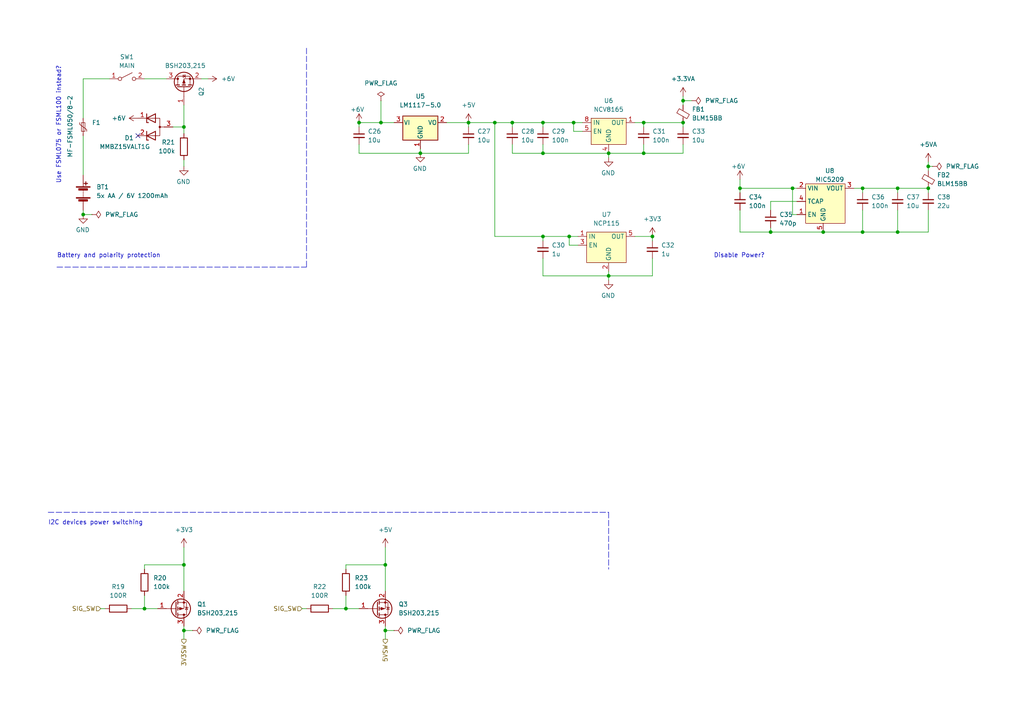
<source format=kicad_sch>
(kicad_sch (version 20211123) (generator eeschema)
  (paper "A4")
  (lib_symbols
    (symbol "Device:Battery" (pin_numbers hide) (pin_names (offset 0) hide)
      (property "Reference" "BT" (at 2.54 2.54 0))
      (property "Value" "Battery" (at 2.54 0 0))
      (symbol "Battery_0_1"
        (rectangle (start -2.032 -1.397) (end 2.032 -1.651) (fill (type outline)))
        (rectangle (start -2.032 1.778) (end 2.032 1.524) (fill (type outline)))
        (rectangle (start -1.3208 -1.9812) (end 1.27 -2.4892) (fill (type outline)))
        (rectangle (start -1.3208 1.1938) (end 1.27 0.6858) (fill (type outline)))
        (polyline (pts (xy 0 -1.524) (xy 0 -1.27)))
        (polyline (pts (xy 0 -1.016) (xy 0 -0.762)))
        (polyline (pts (xy 0 -0.508) (xy 0 -0.254)))
        (polyline (pts (xy 0 0) (xy 0 0.254)))
        (polyline (pts (xy 0 0.508) (xy 0 0.762)))
        (polyline (pts (xy 0 1.778) (xy 0 2.54)))
        (polyline (pts (xy 0.254 2.667) (xy 1.27 2.667)) (stroke (width 0.254)))
        (polyline (pts (xy 0.762 3.175) (xy 0.762 2.159)) (stroke (width 0.254)))
      )
      (symbol "Battery_1_1"
        (pin passive line (at 0 5.08 270) (length 2.54) (name "+") (number "1"))
        (pin passive line (at 0 -5.08 90) (length 2.54) (name "-") (number "2"))
      )
    )
    (symbol "Device:C_Small" (pin_numbers hide) (pin_names (offset 0.254) hide)
      (property "Reference" "C" (at 0.254 1.778 0))
      (property "Value" "C_Small" (at 0.254 -2.032 0))
      (symbol "C_Small_0_1"
        (polyline (pts (xy -1.524 -0.508) (xy 1.524 -0.508)) (stroke (width 0.3302)))
        (polyline (pts (xy -1.524 0.508) (xy 1.524 0.508)) (stroke (width 0.3048)))
      )
      (symbol "C_Small_1_1"
        (pin passive line (at 0 2.54 270) (length 2.032) (name "~") (number "1"))
        (pin passive line (at 0 -2.54 90) (length 2.032) (name "~") (number "2"))
      )
    )
    (symbol "Device:D_Zener_Dual_CommonAnode_KKA_Parallel" (pin_names (offset 0.762) hide)
      (property "Reference" "D" (at 0 5.08 0))
      (property "Value" "D_Zener_Dual_CommonAnode_KKA_Parallel" (at 0 -5.08 0))
      (symbol "D_Zener_Dual_CommonAnode_KKA_Parallel_0_0"
        (polyline (pts (xy 2.032 1.27) (xy 2.54 1.27) (xy 2.54 3.81)) (stroke (width 0.254)))
        (polyline (pts (xy 2.54 -1.27) (xy 2.54 -3.81) (xy 2.032 -3.81)) (stroke (width 0.254)))
      )
      (symbol "D_Zener_Dual_CommonAnode_KKA_Parallel_0_1"
        (circle (center -1.27 0) (radius 0.254) (fill (type outline)))
        (polyline (pts (xy -1.27 0) (xy -2.54 0)))
        (polyline (pts (xy 2.54 2.54) (xy -1.27 2.54) (xy -1.27 -2.54) (xy 2.54 -2.54)))
        (polyline (pts (xy 0 -1.27) (xy 2.54 -2.54) (xy 0 -3.81) (xy 0 -1.27) (xy 0 -1.27) (xy 0 -1.27)) (stroke (width 0.254)))
        (polyline (pts (xy 0 3.81) (xy 2.54 2.54) (xy 0 1.27) (xy 0 3.81) (xy 0 3.81) (xy 0 3.81)) (stroke (width 0.254)))
        (pin passive line (at 5.08 2.54 180) (length 2.54) (name "K") (number "1"))
        (pin passive line (at 5.08 -2.54 180) (length 2.54) (name "K") (number "2"))
        (pin passive line (at -5.08 0 0) (length 2.54) (name "A") (number "3"))
      )
    )
    (symbol "Device:FerriteBead_Small" (pin_numbers hide) (pin_names (offset 0))
      (property "Reference" "FB" (at 1.905 1.27 0))
      (property "Value" "FerriteBead_Small" (at 1.905 -1.27 0))
      (symbol "FerriteBead_Small_0_1"
        (polyline (pts (xy 0 -1.27) (xy 0 -0.7874)))
        (polyline (pts (xy 0 0.889) (xy 0 1.2954)))
        (polyline (pts (xy -1.8288 0.2794) (xy -1.1176 1.4986) (xy 1.8288 -0.2032) (xy 1.1176 -1.4224) (xy -1.8288 0.2794)))
      )
      (symbol "FerriteBead_Small_1_1"
        (pin passive line (at 0 2.54 270) (length 1.27) (name "~") (number "1"))
        (pin passive line (at 0 -2.54 90) (length 1.27) (name "~") (number "2"))
      )
    )
    (symbol "Device:Polyfuse_Small" (pin_numbers hide) (pin_names (offset 0))
      (property "Reference" "F" (at -1.905 0 90))
      (property "Value" "Polyfuse_Small" (at 1.905 0 90))
      (symbol "Polyfuse_Small_0_1"
        (rectangle (start -0.508 1.27) (end 0.508 -1.27))
        (polyline (pts (xy 0 2.54) (xy 0 -2.54)))
        (polyline (pts (xy -1.016 1.27) (xy -1.016 0.762) (xy 1.016 -0.762) (xy 1.016 -1.27)))
      )
      (symbol "Polyfuse_Small_1_1"
        (pin passive line (at 0 2.54 270) (length 0.635) (name "~") (number "1"))
        (pin passive line (at 0 -2.54 90) (length 0.635) (name "~") (number "2"))
      )
    )
    (symbol "Device:Q_PMOS_GSD" (pin_names (offset 0) hide)
      (property "Reference" "Q" (at 5.08 1.27 0))
      (property "Value" "Q_PMOS_GSD" (at 5.08 -1.27 0))
      (symbol "Q_PMOS_GSD_0_1"
        (polyline (pts (xy 0.254 0) (xy -2.54 0)))
        (polyline (pts (xy 0.254 1.905) (xy 0.254 -1.905)) (stroke (width 0.254)))
        (polyline (pts (xy 0.762 -1.27) (xy 0.762 -2.286)) (stroke (width 0.254)))
        (polyline (pts (xy 0.762 0.508) (xy 0.762 -0.508)) (stroke (width 0.254)))
        (polyline (pts (xy 0.762 2.286) (xy 0.762 1.27)) (stroke (width 0.254)))
        (polyline (pts (xy 2.54 2.54) (xy 2.54 1.778)))
        (polyline (pts (xy 2.54 -2.54) (xy 2.54 0) (xy 0.762 0)))
        (polyline (pts (xy 0.762 1.778) (xy 3.302 1.778) (xy 3.302 -1.778) (xy 0.762 -1.778)))
        (polyline (pts (xy 2.286 0) (xy 1.27 0.381) (xy 1.27 -0.381) (xy 2.286 0)) (fill (type outline)))
        (polyline (pts (xy 2.794 -0.508) (xy 2.921 -0.381) (xy 3.683 -0.381) (xy 3.81 -0.254)))
        (polyline (pts (xy 3.302 -0.381) (xy 2.921 0.254) (xy 3.683 0.254) (xy 3.302 -0.381)))
        (circle (center 1.651 0) (radius 2.794) (stroke (width 0.254)))
        (circle (center 2.54 -1.778) (radius 0.254) (fill (type outline)))
        (circle (center 2.54 1.778) (radius 0.254) (fill (type outline)))
      )
      (symbol "Q_PMOS_GSD_1_1"
        (pin input line (at -5.08 0 0) (length 2.54) (name "G") (number "1"))
        (pin passive line (at 2.54 -5.08 90) (length 2.54) (name "S") (number "2"))
        (pin passive line (at 2.54 5.08 270) (length 2.54) (name "D") (number "3"))
      )
    )
    (symbol "Device:R" (pin_numbers hide) (pin_names (offset 0))
      (property "Reference" "R" (at 2.032 0 90))
      (property "Value" "R" (at 0 0 90))
      (symbol "R_0_1"
        (rectangle (start -1.016 -2.54) (end 1.016 2.54) (stroke (width 0.254)))
      )
      (symbol "R_1_1"
        (pin passive line (at 0 3.81 270) (length 1.27) (name "~") (number "1"))
        (pin passive line (at 0 -3.81 90) (length 1.27) (name "~") (number "2"))
      )
    )
    (symbol "Regulator_Linear:LM1117-5.0" (pin_names (offset 0.254))
      (property "Reference" "U5" (at 0 7.62 0))
      (property "Value" "LM1117-5.0" (at 0 5.08 0))
      (symbol "LM1117-5.0_0_0"
        (pin power_out line (at 7.62 0 180) (length 2.54) hide (name "VO") (number "4"))
      )
      (symbol "LM1117-5.0_0_1"
        (rectangle (start -5.08 -5.08) (end 5.08 1.905) (stroke (width 0.254)) (fill (type background)))
      )
      (symbol "LM1117-5.0_1_1"
        (pin power_in line (at 0 -7.62 90) (length 2.54) (name "GND") (number "1"))
        (pin power_out line (at 7.62 0 180) (length 2.54) (name "VO") (number "2"))
        (pin power_in line (at -7.62 0 0) (length 2.54) (name "VI") (number "3"))
      )
    )
    (symbol "Switch:SW_SPST" (pin_names (offset 0) hide)
      (property "Reference" "SW" (at 0 3.175 0))
      (property "Value" "SW_SPST" (at 0 -2.54 0))
      (symbol "SW_SPST_0_0"
        (circle (center -2.032 0) (radius 0.508))
        (polyline (pts (xy -1.524 0.254) (xy 1.524 1.778)))
        (circle (center 2.032 0) (radius 0.508))
      )
      (symbol "SW_SPST_1_1"
        (pin passive line (at -5.08 0 0) (length 2.54) (name "A") (number "1"))
        (pin passive line (at 5.08 0 180) (length 2.54) (name "B") (number "2"))
      )
    )
    (symbol "ownLib:MIC5209{slash}YM"
      (property "Reference" "U" (at 0 6.35 0))
      (property "Value" "MIC5209{slash}YM" (at 0 6.35 0))
      (symbol "MIC5209{slash}YM_0_0"
        (pin input line (at -8.89 -5.08 0) (length 2.54) (name "EN") (number "1"))
        (pin power_in line (at -8.89 2.54 0) (length 2.54) (name "VIN") (number "2"))
        (pin power_out line (at 7.62 2.54 180) (length 2.54) (name "VOUT") (number "3"))
        (pin passive line (at -8.89 -1.27 0) (length 2.54) (name "TCAP") (number "4"))
        (pin power_in line (at -1.27 -10.16 90) (length 2.54) (name "GND") (number "5"))
        (pin power_in line (at -1.27 -10.16 90) (length 2.54) hide (name "GND") (number "6"))
        (pin power_in line (at -1.27 -10.16 90) (length 2.54) hide (name "GND") (number "7"))
        (pin power_in line (at -1.27 -10.16 90) (length 2.54) hide (name "GND") (number "8"))
      )
      (symbol "MIC5209{slash}YM_0_1"
        (rectangle (start -6.35 3.81) (end 5.08 -7.62) (fill (type background)))
      )
    )
    (symbol "ownLib:NCP115"
      (property "Reference" "U" (at 0 3.81 0))
      (property "Value" "NCP115" (at 0 3.81 0))
      (symbol "NCP115_0_0"
        (pin power_in line (at -8.89 2.54 0) (length 2.54) (name "IN") (number "1"))
        (pin power_in line (at 0 -7.62 90) (length 2.54) (name "GND") (number "2"))
        (pin input line (at -8.89 0 0) (length 2.54) (name "EN") (number "3"))
        (pin no_connect line (at -5.08 1.27 0) (length 2.54) hide (name "NC") (number "4"))
        (pin power_out line (at 7.62 2.54 180) (length 2.54) (name "OUT") (number "5"))
      )
      (symbol "NCP115_0_1"
        (rectangle (start -6.35 3.81) (end 5.08 -5.08) (fill (type background)))
      )
    )
    (symbol "ownLib:NCV8165"
      (property "Reference" "U" (at 0 7.62 0))
      (property "Value" "NCV8165" (at 0 5.08 0))
      (symbol "NCV8165_0_0"
        (pin power_out line (at 7.62 2.54 180) (length 2.54) (name "OUT") (number "1"))
        (pin no_connect line (at -1.27 1.27 0) (length 2.54) hide (name "NC") (number "2"))
        (pin no_connect line (at -1.27 0 0) (length 2.54) hide (name "NC") (number "3"))
        (pin power_in line (at 0 -6.35 90) (length 2.54) (name "GND") (number "4"))
        (pin input line (at -7.62 0 0) (length 2.54) (name "EN") (number "5"))
        (pin no_connect line (at -1.27 -1.27 0) (length 2.54) hide (name "NC") (number "6"))
        (pin no_connect line (at -1.27 -2.54 0) (length 2.54) hide (name "NC") (number "7"))
        (pin power_in line (at -7.62 2.54 0) (length 2.54) (name "IN") (number "8"))
        (pin power_in line (at 0 -6.35 90) (length 2.54) hide (name "GND") (number "9"))
      )
      (symbol "NCV8165_0_1"
        (rectangle (start -5.08 3.81) (end 5.08 -3.81) (fill (type background)))
      )
    )
    (symbol "power:+3.3VA" (power) (pin_names (offset 0))
      (property "Value" "+3.3VA" (at 0 3.556 0))
      (symbol "+3.3VA_0_1"
        (polyline (pts (xy -0.762 1.27) (xy 0 2.54)))
        (polyline (pts (xy 0 0) (xy 0 2.54)))
        (polyline (pts (xy 0 2.54) (xy 0.762 1.27)))
      )
      (symbol "+3.3VA_1_1"
        (pin power_in line (at 0 0 90) (length 0) hide (name "+3.3VA") (number "1"))
      )
    )
    (symbol "power:+3V3" (power) (pin_names (offset 0))
      (property "Value" "+3V3" (at 0 3.556 0))
      (symbol "+3V3_0_1"
        (polyline (pts (xy -0.762 1.27) (xy 0 2.54)))
        (polyline (pts (xy 0 0) (xy 0 2.54)))
        (polyline (pts (xy 0 2.54) (xy 0.762 1.27)))
      )
      (symbol "+3V3_1_1"
        (pin power_in line (at 0 0 90) (length 0) hide (name "+3V3") (number "1"))
      )
    )
    (symbol "power:+5V" (power) (pin_names (offset 0))
      (property "Value" "+5V" (at 0 3.556 0))
      (symbol "+5V_0_1"
        (polyline (pts (xy -0.762 1.27) (xy 0 2.54)))
        (polyline (pts (xy 0 0) (xy 0 2.54)))
        (polyline (pts (xy 0 2.54) (xy 0.762 1.27)))
      )
      (symbol "+5V_1_1"
        (pin power_in line (at 0 0 90) (length 0) hide (name "+5V") (number "1"))
      )
    )
    (symbol "power:+5VA" (power) (pin_names (offset 0))
      (property "Value" "+5VA" (at 0 3.556 0))
      (symbol "+5VA_0_1"
        (polyline (pts (xy -0.762 1.27) (xy 0 2.54)))
        (polyline (pts (xy 0 0) (xy 0 2.54)))
        (polyline (pts (xy 0 2.54) (xy 0.762 1.27)))
      )
      (symbol "+5VA_1_1"
        (pin power_in line (at 0 0 90) (length 0) hide (name "+5VA") (number "1"))
      )
    )
    (symbol "power:+6V" (power) (pin_names (offset 0))
      (property "Value" "+6V" (at 0 3.556 0))
      (symbol "+6V_0_1"
        (polyline (pts (xy -0.762 1.27) (xy 0 2.54)))
        (polyline (pts (xy 0 0) (xy 0 2.54)))
        (polyline (pts (xy 0 2.54) (xy 0.762 1.27)))
      )
      (symbol "+6V_1_1"
        (pin power_in line (at 0 0 90) (length 0) hide (name "+6V") (number "1"))
      )
    )
    (symbol "power:GND" (power) (pin_names (offset 0))
      (property "Value" "GND" (at 0 -3.81 0))
      (symbol "GND_0_1"
        (polyline (pts (xy 0 0) (xy 0 -1.27) (xy 1.27 -1.27) (xy 0 -2.54) (xy -1.27 -1.27) (xy 0 -1.27)))
      )
      (symbol "GND_1_1"
        (pin power_in line (at 0 0 270) (length 0) hide (name "GND") (number "1"))
      )
    )
    (symbol "power:PWR_FLAG" (power) (pin_numbers hide) (pin_names (offset 0) hide)
      (property "Value" "PWR_FLAG" (at 0 3.81 0))
      (symbol "PWR_FLAG_0_0"
        (pin power_out line (at 0 0 90) (length 0) (name "pwr") (number "1"))
      )
      (symbol "PWR_FLAG_0_1"
        (polyline (pts (xy 0 0) (xy 0 1.27) (xy -1.016 1.905) (xy 0 2.54) (xy 1.016 1.905) (xy 0 1.27)))
      )
    )
  )
  (junction (at 53.34 163.83))
  (junction (at 104.14 35.56))
  (junction (at 250.19 54.61))
  (junction (at 269.24 48.26))
  (junction (at 214.63 54.61))
  (junction (at 100.33 176.53))
  (junction (at 121.92 44.45))
  (junction (at 223.52 67.31))
  (junction (at 148.59 35.56))
  (junction (at 176.53 80.01))
  (junction (at 260.35 54.61))
  (junction (at 165.1 68.58))
  (junction (at 53.34 36.83))
  (junction (at 157.48 68.58))
  (junction (at 53.34 182.88))
  (junction (at 41.91 176.53))
  (junction (at 186.69 35.56))
  (junction (at 260.35 67.31))
  (junction (at 176.53 44.45))
  (junction (at 166.37 35.56))
  (junction (at 110.49 35.56))
  (junction (at 24.13 62.23))
  (junction (at 250.19 67.31))
  (junction (at 198.12 35.56))
  (junction (at 111.76 182.88))
  (junction (at 186.69 44.45))
  (junction (at 157.48 35.56))
  (junction (at 189.23 68.58))
  (junction (at 135.89 35.56))
  (junction (at 238.76 67.31))
  (junction (at 143.51 35.56))
  (junction (at 157.48 44.45))
  (junction (at 269.24 54.61))
  (junction (at 198.12 29.21))
  (junction (at 229.87 54.61))
  (junction (at 111.76 163.83))
  (no_connect (at 40.005 39.37))
  (wire (pts (xy 148.59 44.45) (xy 157.48 44.45)))
  (wire (pts (xy 214.63 54.61) (xy 214.63 55.88)))
  (wire (pts (xy 157.48 80.01) (xy 176.53 80.01)))
  (wire (pts (xy 198.12 44.45) (xy 186.69 44.45)))
  (wire (pts (xy 157.48 74.93) (xy 157.48 80.01)))
  (wire (pts (xy 223.52 66.04) (xy 223.52 67.31)))
  (wire (pts (xy 104.14 41.91) (xy 104.14 44.45)))
  (wire (pts (xy 238.76 67.31) (xy 250.19 67.31)))
  (wire (pts (xy 53.34 163.83) (xy 53.34 171.45)))
  (wire (pts (xy 24.13 22.86) (xy 31.75 22.86)))
  (wire (pts (xy 53.34 181.61) (xy 53.34 182.88)))
  (wire (pts (xy 260.35 54.61) (xy 260.35 55.88)))
  (wire (pts (xy 260.35 60.96) (xy 260.35 67.31)))
  (wire (pts (xy 269.24 46.99) (xy 269.24 48.26)))
  (wire (pts (xy 223.52 60.96) (xy 223.52 58.42)))
  (wire (pts (xy 184.15 35.56) (xy 186.69 35.56)))
  (wire (pts (xy 168.91 38.1) (xy 166.37 38.1)))
  (wire (pts (xy 111.76 163.83) (xy 111.76 158.75)))
  (polyline (pts (xy 13.97 148.59) (xy 176.53 148.59)))
  (polyline (pts (xy 88.9 13.97) (xy 88.9 77.47)))
  (polyline (pts (xy 176.53 148.59) (xy 176.53 165.1)))
  (wire (pts (xy 29.21 176.53) (xy 30.48 176.53)))
  (wire (pts (xy 135.89 35.56) (xy 143.51 35.56)))
  (wire (pts (xy 229.87 54.61) (xy 229.87 62.23)))
  (wire (pts (xy 260.35 54.61) (xy 269.24 54.61)))
  (wire (pts (xy 186.69 35.56) (xy 186.69 36.83)))
  (wire (pts (xy 176.53 44.45) (xy 176.53 45.72)))
  (wire (pts (xy 250.19 54.61) (xy 260.35 54.61)))
  (wire (pts (xy 104.14 35.56) (xy 104.14 36.83)))
  (wire (pts (xy 223.52 67.31) (xy 238.76 67.31)))
  (wire (pts (xy 189.23 80.01) (xy 176.53 80.01)))
  (wire (pts (xy 186.69 35.56) (xy 198.12 35.56)))
  (wire (pts (xy 41.91 163.83) (xy 53.34 163.83)))
  (wire (pts (xy 198.12 29.21) (xy 198.12 30.48)))
  (wire (pts (xy 110.49 29.21) (xy 110.49 35.56)))
  (wire (pts (xy 231.14 62.23) (xy 229.87 62.23)))
  (wire (pts (xy 53.34 36.83) (xy 50.165 36.83)))
  (wire (pts (xy 157.48 35.56) (xy 166.37 35.56)))
  (wire (pts (xy 121.92 44.45) (xy 121.92 43.18)))
  (wire (pts (xy 148.59 41.91) (xy 148.59 44.45)))
  (wire (pts (xy 143.51 35.56) (xy 148.59 35.56)))
  (wire (pts (xy 96.52 176.53) (xy 100.33 176.53)))
  (wire (pts (xy 53.34 38.735) (xy 53.34 36.83)))
  (wire (pts (xy 189.23 74.93) (xy 189.23 80.01)))
  (wire (pts (xy 198.12 29.21) (xy 200.66 29.21)))
  (wire (pts (xy 269.24 48.26) (xy 269.24 49.53)))
  (wire (pts (xy 111.76 181.61) (xy 111.76 182.88)))
  (wire (pts (xy 41.91 165.1) (xy 41.91 163.83)))
  (wire (pts (xy 24.13 60.96) (xy 24.13 62.23)))
  (wire (pts (xy 157.48 36.83) (xy 157.48 35.56)))
  (wire (pts (xy 53.34 163.83) (xy 53.34 158.75)))
  (wire (pts (xy 250.19 60.96) (xy 250.19 67.31)))
  (wire (pts (xy 214.63 54.61) (xy 229.87 54.61)))
  (wire (pts (xy 41.91 176.53) (xy 45.72 176.53)))
  (wire (pts (xy 143.51 68.58) (xy 143.51 35.56)))
  (wire (pts (xy 41.91 172.72) (xy 41.91 176.53)))
  (wire (pts (xy 53.34 46.355) (xy 53.34 48.26)))
  (wire (pts (xy 110.49 35.56) (xy 114.3 35.56)))
  (wire (pts (xy 165.1 68.58) (xy 157.48 68.58)))
  (wire (pts (xy 269.24 48.26) (xy 270.51 48.26)))
  (wire (pts (xy 24.13 22.86) (xy 24.13 34.29)))
  (wire (pts (xy 111.76 182.88) (xy 114.3 182.88)))
  (wire (pts (xy 24.13 39.37) (xy 24.13 50.8)))
  (wire (pts (xy 250.19 54.61) (xy 250.19 55.88)))
  (wire (pts (xy 104.14 44.45) (xy 121.92 44.45)))
  (wire (pts (xy 198.12 27.94) (xy 198.12 29.21)))
  (wire (pts (xy 198.12 35.56) (xy 198.12 36.83)))
  (wire (pts (xy 247.65 54.61) (xy 250.19 54.61)))
  (wire (pts (xy 176.53 80.01) (xy 176.53 81.28)))
  (wire (pts (xy 176.53 44.45) (xy 157.48 44.45)))
  (wire (pts (xy 184.15 68.58) (xy 189.23 68.58)))
  (wire (pts (xy 100.33 176.53) (xy 104.14 176.53)))
  (wire (pts (xy 166.37 38.1) (xy 166.37 35.56)))
  (wire (pts (xy 157.48 68.58) (xy 143.51 68.58)))
  (wire (pts (xy 269.24 60.96) (xy 269.24 67.31)))
  (wire (pts (xy 135.89 44.45) (xy 121.92 44.45)))
  (wire (pts (xy 129.54 35.56) (xy 135.89 35.56)))
  (wire (pts (xy 111.76 182.88) (xy 111.76 185.42)))
  (wire (pts (xy 53.34 182.88) (xy 55.88 182.88)))
  (wire (pts (xy 87.63 176.53) (xy 88.9 176.53)))
  (wire (pts (xy 157.48 68.58) (xy 157.48 69.85)))
  (wire (pts (xy 229.87 54.61) (xy 231.14 54.61)))
  (wire (pts (xy 100.33 163.83) (xy 111.76 163.83)))
  (wire (pts (xy 260.35 67.31) (xy 250.19 67.31)))
  (wire (pts (xy 186.69 41.91) (xy 186.69 44.45)))
  (wire (pts (xy 135.89 35.56) (xy 135.89 36.83)))
  (wire (pts (xy 148.59 35.56) (xy 157.48 35.56)))
  (wire (pts (xy 100.33 165.1) (xy 100.33 163.83)))
  (wire (pts (xy 167.64 71.12) (xy 165.1 71.12)))
  (wire (pts (xy 176.53 80.01) (xy 176.53 78.74)))
  (wire (pts (xy 269.24 67.31) (xy 260.35 67.31)))
  (wire (pts (xy 189.23 68.58) (xy 189.23 69.85)))
  (wire (pts (xy 198.12 41.91) (xy 198.12 44.45)))
  (wire (pts (xy 135.89 41.91) (xy 135.89 44.45)))
  (wire (pts (xy 176.53 44.45) (xy 186.69 44.45)))
  (wire (pts (xy 214.63 67.31) (xy 223.52 67.31)))
  (wire (pts (xy 269.24 54.61) (xy 269.24 55.88)))
  (wire (pts (xy 100.33 172.72) (xy 100.33 176.53)))
  (wire (pts (xy 223.52 58.42) (xy 231.14 58.42)))
  (wire (pts (xy 41.91 22.86) (xy 48.26 22.86)))
  (wire (pts (xy 53.34 36.83) (xy 53.34 30.48)))
  (wire (pts (xy 111.76 163.83) (xy 111.76 171.45)))
  (wire (pts (xy 53.34 182.88) (xy 53.34 185.42)))
  (wire (pts (xy 26.67 62.23) (xy 24.13 62.23)))
  (wire (pts (xy 60.325 22.86) (xy 58.42 22.86)))
  (wire (pts (xy 167.64 68.58) (xy 165.1 68.58)))
  (wire (pts (xy 166.37 35.56) (xy 168.91 35.56)))
  (wire (pts (xy 165.1 71.12) (xy 165.1 68.58)))
  (wire (pts (xy 38.1 176.53) (xy 41.91 176.53)))
  (wire (pts (xy 104.14 35.56) (xy 110.49 35.56)))
  (polyline (pts (xy 16.51 77.47) (xy 88.9 77.47)))
  (wire (pts (xy 157.48 44.45) (xy 157.48 41.91)))
  (wire (pts (xy 148.59 36.83) (xy 148.59 35.56)))
  (wire (pts (xy 214.63 60.96) (xy 214.63 67.31)))
  (wire (pts (xy 214.63 52.07) (xy 214.63 54.61)))
  (text "Disable Power?" (at 207.01 74.93 0) (effects (font (size 1.27 1.27)) (justify left bottom)))
  (text "I2C devices power switching" (at 13.97 152.4 0) (effects (font (size 1.27 1.27)) (justify left bottom)))
  (text "Battery and polarity protection" (at 16.51 74.93 0) (effects (font (size 1.27 1.27)) (justify left bottom)))
  (text "Use FSML075 or FSML100 instead?" (at 17.78 53.34 90) (effects (font (size 1.27 1.27)) (justify left bottom)))
  (hierarchical_label "3V3SW" (shape output) (at 53.34 185.42 270))
  (hierarchical_label "5VSW" (shape output) (at 111.76 185.42 270))
  (hierarchical_label "SIG_SW" (shape input) (at 29.21 176.53 180))
  (hierarchical_label "SIG_SW" (shape input) (at 87.63 176.53 180))
  (symbol (lib_id "power:+3.3VA") (at 198.12 27.94 0) (unit 1)
    (property "Reference" "#PWR052" (effects hide))
    (property "Value" "+3.3VA" (at 198.12 22.86 0))
  )
  (symbol (lib_id "power:+6V") (at 40.005 34.29 90) (unit 1)
    (property "Reference" "#PWR041" (effects hide))
    (property "Value" "+6V" (at 32.385 34.29 90) (effects (justify right)))
  )
  (symbol (lib_id "Device:R") (at 100.33 168.91 180) (unit 1)
    (property "Reference" "R23" (at 102.87 167.6399 0) (effects (justify right)))
    (property "Value" "100k" (at 102.87 170.1799 0) (effects (justify right)))
    (property "Footprint" "Resistor_SMD:R_0402_1005Metric" (effects hide))
    (property "MOUSER_NO" "DO NOT ORDER" (effects hide))
  )
  (symbol (lib_id "power:GND") (at 53.34 48.26 0) (mirror y) (unit 1)
    (property "Reference" "#PWR042" (effects hide))
    (property "Value" "GND" (at 55.2451 52.705 0) (effects (justify left)))
  )
  (symbol (lib_id "power:+3V3") (at 189.23 68.58 0) (unit 1)
    (property "Reference" "#PWR051" (effects hide))
    (property "Value" "+3V3" (at 189.23 63.5 0))
  )
  (symbol (lib_id "power:GND") (at 24.13 62.23 0) (mirror y) (unit 1)
    (property "Reference" "#PWR040" (effects hide))
    (property "Value" "GND" (at 26.0351 66.675 0) (effects (justify left)))
  )
  (symbol (lib_id "power:GND") (at 176.53 81.28 0) (mirror y) (unit 1)
    (property "Reference" "#PWR050" (effects hide))
    (property "Value" "GND" (at 178.4351 85.725 0) (effects (justify left)))
  )
  (symbol (lib_id "power:PWR_FLAG") (at 270.51 48.26 270) (unit 1)
    (property "Reference" "#FLG0103" (effects hide))
    (property "Value" "PWR_FLAG" (at 274.32 48.2599 90) (effects (justify left)))
  )
  (symbol (lib_id "Device:Battery") (at 24.13 55.88 0) (unit 1)
    (property "Reference" "BT1" (at 27.94 54.2289 0) (effects (justify left)))
    (property "Value" "5x AA / 6V 1200mAh" (at 27.94 56.7689 0) (effects (justify left)))
    (property "Footprint" "Connector_PinHeader_2.54mm:PinHeader_1x02_P2.54mm_Vertical" (effects hide))
  )
  (symbol (lib_id "Device:R") (at 92.71 176.53 90) (unit 1)
    (property "Reference" "R22" (at 92.71 170.18 90))
    (property "Value" "100R" (at 92.71 172.72 90))
    (property "Footprint" "Resistor_SMD:R_0402_1005Metric" (effects hide))
    (property "MOUSER_NO" "DO NOT ORDER" (effects hide))
  )
  (symbol (lib_id "power:GND") (at 121.92 44.45 0) (mirror y) (unit 1)
    (property "Reference" "#PWR047" (effects hide))
    (property "Value" "GND" (at 123.8251 48.895 0) (effects (justify left)))
  )
  (symbol (lib_id "Regulator_Linear:LM1117-5.0") (at 121.92 35.56 0) (unit 1)
    (property "Reference" "U5" (at 121.92 27.94 0))
    (property "Value" "LM1117-5.0" (at 121.92 30.48 0))
    (property "Footprint" "Package_TO_SOT_SMD:SOT-223" (effects hide))
    (property "Datasheet" "http://www.ti.com/lit/ds/symlink/lm1117.pdf" (effects hide))
  )
  (symbol (lib_id "power:+6V") (at 104.14 35.56 0) (unit 1)
    (property "Reference" "#PWR045" (effects hide))
    (property "Value" "+6V" (at 101.6 31.75 0) (effects (justify left)))
  )
  (symbol (lib_id "Device:Polyfuse_Small") (at 24.13 36.83 0) (unit 1)
    (property "Reference" "F1" (at 26.67 35.5599 0) (effects (justify left)))
    (property "Value" "MF-FSML050/8-2" (at 20.32 45.72 90) (effects (justify left)))
    (property "Footprint" "ownLib:MF-FSML" (effects hide))
  )
  (symbol (lib_id "power:PWR_FLAG") (at 55.88 182.88 270) (unit 1)
    (property "Reference" "#FLG01" (effects hide))
    (property "Value" "PWR_FLAG" (at 59.69 182.8799 90) (effects (justify left)))
  )
  (symbol (lib_id "Device:C_Small") (at 189.23 72.39 0) (unit 1)
    (property "Reference" "C32" (at 191.77 71.1262 0) (effects (justify left)))
    (property "Value" "1u" (at 191.77 73.6662 0) (effects (justify left)))
    (property "Footprint" "Capacitor_SMD:C_0603_1608Metric" (effects hide))
  )
  (symbol (lib_id "Device:C_Small") (at 269.24 58.42 0) (unit 1)
    (property "Reference" "C38" (at 271.78 57.1562 0) (effects (justify left)))
    (property "Value" "22u" (at 271.78 59.6962 0) (effects (justify left)))
    (property "Footprint" "Capacitor_SMD:C_0805_2012Metric" (effects hide))
  )
  (symbol (lib_id "Device:Q_PMOS_GSD") (at 53.34 25.4 90) (unit 1)
    (property "Reference" "Q2" (at 58.4199 27.94 0) (effects (justify left)))
    (property "Value" "BSH203,215" (at 59.6899 19.05 90) (effects (justify left)))
    (property "Footprint" "Package_TO_SOT_SMD:SOT-23" (effects hide))
    (property "MOUSER_NO" "771-BSH203215" (effects hide))
  )
  (symbol (lib_id "power:+6V") (at 60.325 22.86 270) (unit 1)
    (property "Reference" "#PWR044" (effects hide))
    (property "Value" "+6V" (at 64.135 22.8599 90) (effects (justify left)))
  )
  (symbol (lib_id "Switch:SW_SPST") (at 36.83 22.86 0) (unit 1)
    (property "Reference" "SW1" (at 36.83 16.51 0))
    (property "Value" "MAIN" (at 36.83 19.05 0))
    (property "Footprint" "Connector_PinHeader_2.54mm:PinHeader_1x02_P2.54mm_Vertical" (effects hide))
  )
  (symbol (lib_id "Device:R") (at 53.34 42.545 0) (mirror y) (unit 1)
    (property "Reference" "R21" (at 50.8 41.2749 0) (effects (justify left)))
    (property "Value" "100k" (at 50.8 43.8149 0) (effects (justify left)))
    (property "Footprint" "Resistor_SMD:R_0402_1005Metric" (effects hide))
    (property "MOUSER_NO" "DO NOT ORDER" (effects hide))
  )
  (symbol (lib_id "Device:C_Small") (at 157.48 39.37 0) (unit 1)
    (property "Reference" "C29" (at 160.02 38.1062 0) (effects (justify left)))
    (property "Value" "100n" (at 160.02 40.6462 0) (effects (justify left)))
    (property "Footprint" "Capacitor_SMD:C_0402_1005Metric" (effects hide))
  )
  (symbol (lib_id "Device:Q_PMOS_GSD") (at 109.22 176.53 0) (mirror x) (unit 1)
    (property "Reference" "Q3" (at 115.57 175.2599 0) (effects (justify left)))
    (property "Value" "BSH203,215" (at 115.57 177.7999 0) (effects (justify left)))
    (property "Footprint" "Package_TO_SOT_SMD:SOT-23" (effects hide))
    (property "MOUSER_NO" "78-SI2337DS-T1-BE3" (effects hide))
  )
  (symbol (lib_id "power:PWR_FLAG") (at 110.49 29.21 0) (unit 1)
    (property "Reference" "#FLG0101" (effects hide))
    (property "Value" "PWR_FLAG" (at 110.49 24.13 0))
  )
  (symbol (lib_id "Device:R") (at 41.91 168.91 180) (unit 1)
    (property "Reference" "R20" (at 44.45 167.6399 0) (effects (justify right)))
    (property "Value" "100k" (at 44.45 170.1799 0) (effects (justify right)))
    (property "Footprint" "Resistor_SMD:R_0402_1005Metric" (effects hide))
    (property "MOUSER_NO" "DO NOT ORDER" (effects hide))
  )
  (symbol (lib_id "power:+6V") (at 214.63 52.07 0) (unit 1)
    (property "Reference" "#PWR053" (effects hide))
    (property "Value" "+6V" (at 212.09 48.26 0) (effects (justify left)))
  )
  (symbol (lib_id "power:PWR_FLAG") (at 200.66 29.21 270) (unit 1)
    (property "Reference" "#FLG0104" (effects hide))
    (property "Value" "PWR_FLAG" (at 204.47 29.2099 90) (effects (justify left)))
  )
  (symbol (lib_id "Device:C_Small") (at 135.89 39.37 0) (unit 1)
    (property "Reference" "C27" (at 138.43 38.1062 0) (effects (justify left)))
    (property "Value" "10u" (at 138.43 40.6462 0) (effects (justify left)))
    (property "Footprint" "Capacitor_SMD:C_0603_1608Metric" (effects hide))
  )
  (symbol (lib_id "Device:C_Small") (at 198.12 39.37 0) (unit 1)
    (property "Reference" "C33" (at 200.66 38.1062 0) (effects (justify left)))
    (property "Value" "10u" (at 200.66 40.6462 0) (effects (justify left)))
    (property "Footprint" "Capacitor_SMD:C_0603_1608Metric" (effects hide))
  )
  (symbol (lib_id "power:+5V") (at 111.76 158.75 0) (unit 1)
    (property "Reference" "#PWR046" (effects hide))
    (property "Value" "+5V" (at 111.76 153.67 0))
  )
  (symbol (lib_id "Device:C_Small") (at 104.14 39.37 0) (unit 1)
    (property "Reference" "C26" (at 106.68 38.1062 0) (effects (justify left)))
    (property "Value" "10u" (at 106.68 40.6462 0) (effects (justify left)))
    (property "Footprint" "Capacitor_SMD:C_0603_1608Metric" (effects hide))
  )
  (symbol (lib_id "power:+5VA") (at 269.24 46.99 0) (unit 1)
    (property "Reference" "#PWR054" (effects hide))
    (property "Value" "+5VA" (at 269.24 41.91 0))
  )
  (symbol (lib_id "Device:D_Zener_Dual_CommonAnode_KKA_Parallel") (at 45.085 36.83 0) (mirror y) (unit 1)
    (property "Reference" "D1" (at 37.465 40.005 0))
    (property "Value" "MMBZ15VALT1G" (at 36.195 42.545 0))
    (property "Footprint" "Package_TO_SOT_SMD:SOT-23" (effects hide))
    (property "MOUSER_NO" "863-SZMMBZ15VALT1G\n" (effects hide))
  )
  (symbol (lib_id "power:GND") (at 176.53 45.72 0) (mirror y) (unit 1)
    (property "Reference" "#PWR049" (effects hide))
    (property "Value" "GND" (at 178.4351 50.165 0) (effects (justify left)))
  )
  (symbol (lib_id "Device:C_Small") (at 250.19 58.42 0) (unit 1)
    (property "Reference" "C36" (at 252.73 57.1562 0) (effects (justify left)))
    (property "Value" "100n" (at 252.73 59.6962 0) (effects (justify left)))
    (property "Footprint" "Capacitor_SMD:C_0402_1005Metric" (effects hide))
  )
  (symbol (lib_id "Device:FerriteBead_Small") (at 198.12 33.02 0) (unit 1)
    (property "Reference" "FB1" (at 200.66 31.7118 0) (effects (justify left)))
    (property "Value" "BLM15BB" (at 200.66 34.2518 0) (effects (justify left)))
    (property "Footprint" "Capacitor_SMD:C_0402_1005Metric" (effects hide))
  )
  (symbol (lib_id "power:+5V") (at 135.89 35.56 0) (unit 1)
    (property "Reference" "#PWR048" (effects hide))
    (property "Value" "+5V" (at 135.89 30.48 0))
  )
  (symbol (lib_id "Device:R") (at 34.29 176.53 90) (unit 1)
    (property "Reference" "R19" (at 34.29 170.18 90))
    (property "Value" "100R" (at 34.29 172.72 90))
    (property "Footprint" "Resistor_SMD:R_0402_1005Metric" (effects hide))
    (property "MOUSER_NO" "DO NOT ORDER" (effects hide))
  )
  (symbol (lib_id "power:PWR_FLAG") (at 114.3 182.88 270) (unit 1)
    (property "Reference" "#FLG02" (effects hide))
    (property "Value" "PWR_FLAG" (at 118.11 182.8799 90) (effects (justify left)))
  )
  (symbol (lib_id "Device:C_Small") (at 157.48 72.39 0) (unit 1)
    (property "Reference" "C30" (at 160.02 71.1262 0) (effects (justify left)))
    (property "Value" "1u" (at 160.02 73.6662 0) (effects (justify left)))
    (property "Footprint" "Capacitor_SMD:C_0603_1608Metric" (effects hide))
  )
  (symbol (lib_id "Device:FerriteBead_Small") (at 269.24 52.07 0) (unit 1)
    (property "Reference" "FB2" (at 271.78 50.7618 0) (effects (justify left)))
    (property "Value" "BLM15BB" (at 271.78 53.3018 0) (effects (justify left)))
    (property "Footprint" "Capacitor_SMD:C_0402_1005Metric" (effects hide))
  )
  (symbol (lib_id "ownLib:MIC5209{slash}YM") (at 240.03 57.15 0) (unit 1)
    (property "Reference" "U8" (at 240.665 49.53 0))
    (property "Value" "MIC5209" (at 240.665 52.07 0))
    (property "Footprint" "ownLib:SOICN-8LD" (effects hide))
    (property "Datasheet" "https://www.mouser.de/datasheet/2/268/MIC5209_500mA_Low_Noise_LDO_Regulator_DS20005720B-2905047.pdf" (effects hide))
  )
  (symbol (lib_id "ownLib:NCV8165") (at 176.53 38.1 0) (unit 1)
    (property "Reference" "U6" (at 176.53 29.21 0))
    (property "Value" "NCV8165" (at 176.53 31.75 0))
    (property "Footprint" "Package_DFN_QFN:DFN-8-1EP_3x3mm_P0.65mm_EP1.7x2.05mm" (effects hide))
    (property "Datasheet" "https://www.mouser.de/datasheet/2/308/1/NCV8165_D-2317572.pdf" (effects hide))
  )
  (symbol (lib_id "Device:C_Small") (at 214.63 58.42 0) (unit 1)
    (property "Reference" "C34" (at 217.17 57.1562 0) (effects (justify left)))
    (property "Value" "100n" (at 217.17 59.6962 0) (effects (justify left)))
    (property "Footprint" "Capacitor_SMD:C_0402_1005Metric" (effects hide))
  )
  (symbol (lib_id "Device:C_Small") (at 148.59 39.37 0) (unit 1)
    (property "Reference" "C28" (at 151.13 38.1062 0) (effects (justify left)))
    (property "Value" "10u" (at 151.13 40.6462 0) (effects (justify left)))
    (property "Footprint" "Capacitor_SMD:C_0603_1608Metric" (effects hide))
  )
  (symbol (lib_id "Device:C_Small") (at 186.69 39.37 0) (unit 1)
    (property "Reference" "C31" (at 189.23 38.1062 0) (effects (justify left)))
    (property "Value" "100n" (at 189.23 40.6462 0) (effects (justify left)))
    (property "Footprint" "Capacitor_SMD:C_0402_1005Metric" (effects hide))
  )
  (symbol (lib_id "ownLib:NCP115") (at 176.53 71.12 0) (unit 1)
    (property "Reference" "U7" (at 175.895 62.23 0))
    (property "Value" "NCP115" (at 175.895 64.77 0))
    (property "Footprint" "Package_TO_SOT_SMD:TSOT-23-5" (effects hide))
    (property "Datasheet" "https://www.mouser.de/datasheet/2/308/1/NCP115_D-2316977.pdf" (effects hide))
  )
  (symbol (lib_id "Device:Q_PMOS_GSD") (at 50.8 176.53 0) (mirror x) (unit 1)
    (property "Reference" "Q1" (at 57.15 175.2599 0) (effects (justify left)))
    (property "Value" "BSH203,215" (at 57.15 177.7999 0) (effects (justify left)))
    (property "Footprint" "Package_TO_SOT_SMD:SOT-23" (effects hide))
    (property "MOUSER_NO" "78-SI2337DS-T1-BE3" (effects hide))
  )
  (symbol (lib_id "power:+3V3") (at 53.34 158.75 0) (unit 1)
    (property "Reference" "#PWR043" (effects hide))
    (property "Value" "+3V3" (at 53.34 153.67 0))
  )
  (symbol (lib_id "Device:C_Small") (at 223.52 63.5 0) (unit 1)
    (property "Reference" "C35" (at 226.06 62.2362 0) (effects (justify left)))
    (property "Value" "470p" (at 226.06 64.7762 0) (effects (justify left)))
    (property "Footprint" "Capacitor_SMD:C_0402_1005Metric" (effects hide))
  )
  (symbol (lib_id "Device:C_Small") (at 260.35 58.42 0) (unit 1)
    (property "Reference" "C37" (at 262.89 57.1562 0) (effects (justify left)))
    (property "Value" "10u" (at 262.89 59.6962 0) (effects (justify left)))
    (property "Footprint" "Capacitor_SMD:C_0603_1608Metric" (effects hide))
  )
  (symbol (lib_id "power:PWR_FLAG") (at 26.67 62.23 270) (unit 1)
    (property "Reference" "#FLG0102" (effects hide))
    (property "Value" "PWR_FLAG" (at 30.48 62.2299 90) (effects (justify left)))
  )
)
</source>
